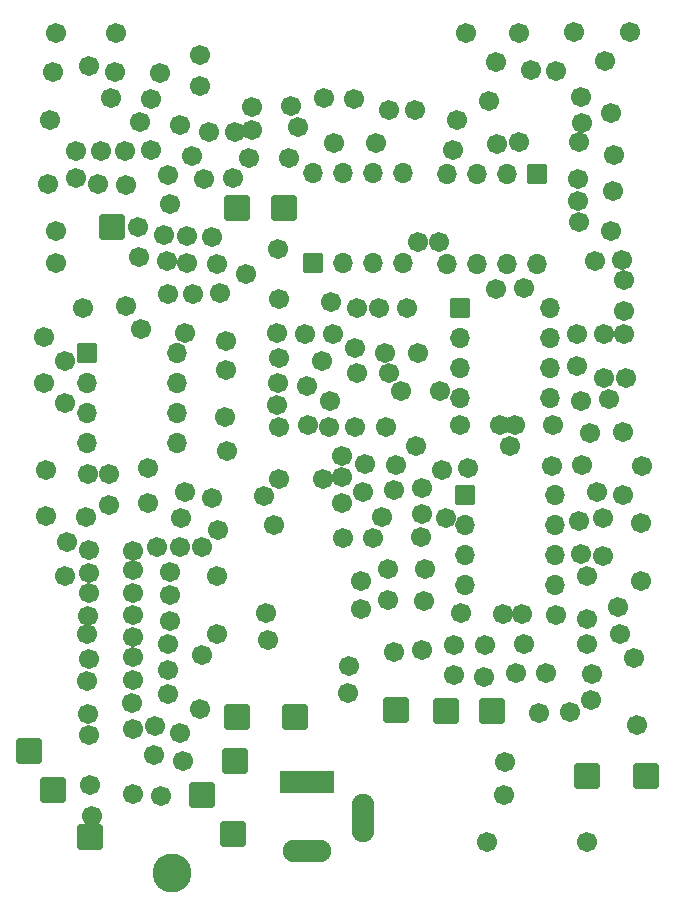
<source format=gbr>
%TF.GenerationSoftware,KiCad,Pcbnew,(6.0.0-0)*%
%TF.CreationDate,2023-01-06T22:19:45-08:00*%
%TF.ProjectId,Ibanez_FL-9,4962616e-657a-45f4-964c-2d392e6b6963,1.0.0*%
%TF.SameCoordinates,Original*%
%TF.FileFunction,Soldermask,Bot*%
%TF.FilePolarity,Negative*%
%FSLAX46Y46*%
G04 Gerber Fmt 4.6, Leading zero omitted, Abs format (unit mm)*
G04 Created by KiCad (PCBNEW (6.0.0-0)) date 2023-01-06 22:19:45*
%MOMM*%
%LPD*%
G01*
G04 APERTURE LIST*
G04 Aperture macros list*
%AMRoundRect*
0 Rectangle with rounded corners*
0 $1 Rounding radius*
0 $2 $3 $4 $5 $6 $7 $8 $9 X,Y pos of 4 corners*
0 Add a 4 corners polygon primitive as box body*
4,1,4,$2,$3,$4,$5,$6,$7,$8,$9,$2,$3,0*
0 Add four circle primitives for the rounded corners*
1,1,$1+$1,$2,$3*
1,1,$1+$1,$4,$5*
1,1,$1+$1,$6,$7*
1,1,$1+$1,$8,$9*
0 Add four rect primitives between the rounded corners*
20,1,$1+$1,$2,$3,$4,$5,0*
20,1,$1+$1,$4,$5,$6,$7,0*
20,1,$1+$1,$6,$7,$8,$9,0*
20,1,$1+$1,$8,$9,$2,$3,0*%
G04 Aperture macros list end*
%ADD10RoundRect,0.050800X0.800000X-0.800000X0.800000X0.800000X-0.800000X0.800000X-0.800000X-0.800000X0*%
%ADD11O,1.701600X1.701600*%
%ADD12C,1.701600*%
%ADD13RoundRect,0.050800X-0.800000X-0.800000X0.800000X-0.800000X0.800000X0.800000X-0.800000X0.800000X0*%
%ADD14RoundRect,0.300801X-0.799999X-0.799999X0.799999X-0.799999X0.799999X0.799999X-0.799999X0.799999X0*%
%ADD15RoundRect,0.050800X-2.200000X-0.900000X2.200000X-0.900000X2.200000X0.900000X-2.200000X0.900000X0*%
%ADD16O,4.101600X1.901600*%
%ADD17O,1.901600X4.101600*%
%ADD18RoundRect,0.050800X-0.800000X0.800000X-0.800000X-0.800000X0.800000X-0.800000X0.800000X0.800000X0*%
%ADD19C,3.301600*%
G04 APERTURE END LIST*
D10*
%TO.C,REF\u002A\u002A*%
X208200000Y-61900000D03*
D11*
X210740000Y-61900000D03*
X213280000Y-61900000D03*
X215820000Y-61900000D03*
X215820000Y-54280000D03*
X213280000Y-54280000D03*
X210740000Y-54280000D03*
X208200000Y-54280000D03*
%TD*%
D12*
%TO.C,REF\u002A\u002A*%
X226100000Y-64000000D03*
X226100000Y-64000000D03*
%TD*%
%TO.C,REF\u002A\u002A*%
X223700000Y-64100000D03*
X223700000Y-64100000D03*
%TD*%
%TO.C,REF\u002A\u002A*%
X196100000Y-88000000D03*
X196100000Y-88000000D03*
X196100000Y-88000000D03*
%TD*%
%TO.C,REF\u002A\u002A*%
X196100000Y-90000000D03*
X196100000Y-90000000D03*
X196100000Y-90000000D03*
%TD*%
%TO.C,REF\u002A\u002A*%
X196100000Y-92200000D03*
X196100000Y-92200000D03*
X196100000Y-92200000D03*
%TD*%
%TO.C,REF\u002A\u002A*%
X196000000Y-98400000D03*
X196000000Y-98400000D03*
X196000000Y-98400000D03*
%TD*%
%TO.C,REF\u002A\u002A*%
X196000000Y-96300000D03*
X196000000Y-96300000D03*
X196000000Y-96300000D03*
%TD*%
%TO.C,REF\u002A\u002A*%
X196000000Y-94100000D03*
X196000000Y-94100000D03*
X196000000Y-94100000D03*
%TD*%
%TO.C,REF\u002A\u002A*%
X224500000Y-104100000D03*
X224500000Y-104100000D03*
X224500000Y-104100000D03*
%TD*%
%TO.C,REF\u002A\u002A*%
X224400000Y-106900000D03*
X224400000Y-106900000D03*
X224400000Y-106900000D03*
%TD*%
%TO.C,REF\u002A\u002A*%
X223000000Y-110900000D03*
X223000000Y-110900000D03*
X223000000Y-110900000D03*
%TD*%
%TO.C,REF\u002A\u002A*%
X231400000Y-110900000D03*
X231400000Y-110900000D03*
X231400000Y-110900000D03*
%TD*%
%TO.C,REF\u002A\u002A*%
X236000000Y-83900000D03*
X236000000Y-83900000D03*
X236000000Y-83900000D03*
%TD*%
%TO.C,REF\u002A\u002A*%
X236000000Y-88800000D03*
X236000000Y-88800000D03*
X236000000Y-88800000D03*
%TD*%
%TO.C,REF\u002A\u002A*%
X235700000Y-101000000D03*
X235700000Y-101000000D03*
X235700000Y-101000000D03*
%TD*%
%TO.C,REF\u002A\u002A*%
X235400000Y-95300000D03*
X235400000Y-95300000D03*
X235400000Y-95300000D03*
%TD*%
%TO.C,REF\u002A\u002A*%
X234200000Y-93300000D03*
X234200000Y-93300000D03*
X234200000Y-93300000D03*
%TD*%
%TO.C,REF\u002A\u002A*%
X234100000Y-91000000D03*
X234100000Y-91000000D03*
X234100000Y-91000000D03*
%TD*%
%TO.C,REF\u002A\u002A*%
X231900000Y-96700000D03*
X231900000Y-96700000D03*
X231900000Y-96700000D03*
%TD*%
%TO.C,REF\u002A\u002A*%
X231800000Y-98900000D03*
X231800000Y-98900000D03*
X231800000Y-98900000D03*
%TD*%
%TO.C,REF\u002A\u002A*%
X230000000Y-99900000D03*
X230000000Y-99900000D03*
X230000000Y-99900000D03*
%TD*%
%TO.C,REF\u002A\u002A*%
X227400000Y-100000000D03*
X227400000Y-100000000D03*
X227400000Y-100000000D03*
%TD*%
%TO.C,REF\u002A\u002A*%
X228000000Y-96600000D03*
X228000000Y-96600000D03*
X228000000Y-96600000D03*
%TD*%
%TO.C,REF\u002A\u002A*%
X225400000Y-96600000D03*
X225400000Y-96600000D03*
X225400000Y-96600000D03*
%TD*%
%TO.C,REF\u002A\u002A*%
X226100000Y-94100000D03*
X226100000Y-94100000D03*
X226100000Y-94100000D03*
%TD*%
%TO.C,REF\u002A\u002A*%
X231400000Y-94100000D03*
X231400000Y-94100000D03*
X231400000Y-94100000D03*
%TD*%
%TO.C,REF\u002A\u002A*%
X231400000Y-92000000D03*
X231400000Y-92000000D03*
X231400000Y-92000000D03*
%TD*%
%TO.C,REF\u002A\u002A*%
X228800000Y-91700000D03*
X228800000Y-91700000D03*
X228800000Y-91700000D03*
%TD*%
%TO.C,REF\u002A\u002A*%
X225900000Y-91600000D03*
X225900000Y-91600000D03*
X225900000Y-91600000D03*
%TD*%
%TO.C,REF\u002A\u002A*%
X231400000Y-88400000D03*
X231400000Y-88400000D03*
X231400000Y-88400000D03*
%TD*%
%TO.C,REF\u002A\u002A*%
X234600000Y-63300000D03*
X234600000Y-63300000D03*
%TD*%
%TO.C,REF\u002A\u002A*%
X234600000Y-65900000D03*
X234600000Y-65900000D03*
%TD*%
%TO.C,REF\u002A\u002A*%
X234700000Y-71600000D03*
X234700000Y-71600000D03*
%TD*%
%TO.C,REF\u002A\u002A*%
X232900000Y-71600000D03*
X232900000Y-71600000D03*
%TD*%
%TO.C,REF\u002A\u002A*%
X232900000Y-67900000D03*
X232900000Y-67900000D03*
%TD*%
%TO.C,REF\u002A\u002A*%
X234600000Y-67900000D03*
X234600000Y-67900000D03*
%TD*%
%TO.C,REF\u002A\u002A*%
X230600000Y-67900000D03*
X230600000Y-67900000D03*
%TD*%
%TO.C,REF\u002A\u002A*%
X230600000Y-70600000D03*
X230600000Y-70600000D03*
%TD*%
%TO.C,REF\u002A\u002A*%
X230900000Y-73600000D03*
X230900000Y-73600000D03*
%TD*%
%TO.C,REF\u002A\u002A*%
X233300000Y-73400000D03*
X233300000Y-73400000D03*
%TD*%
%TO.C,REF\u002A\u002A*%
X234500000Y-76200000D03*
X234500000Y-76200000D03*
%TD*%
%TO.C,REF\u002A\u002A*%
X231700000Y-76300000D03*
X231700000Y-76300000D03*
%TD*%
%TO.C,REF\u002A\u002A*%
X230900000Y-86500000D03*
X230900000Y-86500000D03*
%TD*%
%TO.C,REF\u002A\u002A*%
X230800000Y-83700000D03*
X230800000Y-83700000D03*
%TD*%
%TO.C,REF\u002A\u002A*%
X232800000Y-83500000D03*
X232800000Y-83500000D03*
%TD*%
%TO.C,REF\u002A\u002A*%
X232800000Y-86700000D03*
X232800000Y-86700000D03*
X232800000Y-86700000D03*
%TD*%
%TO.C,REF\u002A\u002A*%
X228600000Y-75600000D03*
X228600000Y-75600000D03*
%TD*%
%TO.C,REF\u002A\u002A*%
X214300000Y-69500000D03*
X214300000Y-69500000D03*
%TD*%
%TO.C,REF\u002A\u002A*%
X217100000Y-69500000D03*
X217100000Y-69500000D03*
%TD*%
%TO.C,REF\u002A\u002A*%
X207600000Y-67900000D03*
X207600000Y-67900000D03*
%TD*%
%TO.C,REF\u002A\u002A*%
X205200000Y-67800000D03*
X205200000Y-67800000D03*
%TD*%
%TO.C,REF\u002A\u002A*%
X209900000Y-67900000D03*
X209900000Y-67900000D03*
%TD*%
%TO.C,REF\u002A\u002A*%
X209800000Y-65200000D03*
X209800000Y-65200000D03*
%TD*%
%TO.C,REF\u002A\u002A*%
X216200000Y-65700000D03*
X216200000Y-65700000D03*
%TD*%
%TO.C,REF\u002A\u002A*%
X213800000Y-65700000D03*
X213800000Y-65700000D03*
%TD*%
%TO.C,REF\u002A\u002A*%
X212000000Y-65700000D03*
X212000000Y-65700000D03*
%TD*%
%TO.C,REF\u002A\u002A*%
X211800000Y-69100000D03*
X211800000Y-69100000D03*
%TD*%
%TO.C,REF\u002A\u002A*%
X205400000Y-69900000D03*
X205400000Y-69900000D03*
%TD*%
%TO.C,REF\u002A\u002A*%
X209000000Y-70200000D03*
X209000000Y-70200000D03*
%TD*%
%TO.C,REF\u002A\u002A*%
X214700000Y-71200000D03*
X214700000Y-71200000D03*
%TD*%
%TO.C,REF\u002A\u002A*%
X212000000Y-71200000D03*
X212000000Y-71200000D03*
%TD*%
%TO.C,REF\u002A\u002A*%
X215700000Y-72700000D03*
X215700000Y-72700000D03*
%TD*%
%TO.C,REF\u002A\u002A*%
X219000000Y-72700000D03*
X219000000Y-72700000D03*
%TD*%
%TO.C,REF\u002A\u002A*%
X225300000Y-75600000D03*
X225300000Y-75600000D03*
%TD*%
%TO.C,REF\u002A\u002A*%
X224100000Y-75600000D03*
X224100000Y-75600000D03*
%TD*%
%TO.C,REF\u002A\u002A*%
X220700000Y-75600000D03*
X220700000Y-75600000D03*
%TD*%
%TO.C,REF\u002A\u002A*%
X205300000Y-72000000D03*
X205300000Y-72000000D03*
X205300000Y-72000000D03*
X205300000Y-72000000D03*
%TD*%
%TO.C,REF\u002A\u002A*%
X205200000Y-73900000D03*
X205200000Y-73900000D03*
X205200000Y-73900000D03*
X205200000Y-73900000D03*
%TD*%
%TO.C,REF\u002A\u002A*%
X205400000Y-75800000D03*
X205400000Y-75800000D03*
X205400000Y-75800000D03*
X205400000Y-75800000D03*
%TD*%
%TO.C,REF\u002A\u002A*%
X207700000Y-72300000D03*
X207700000Y-72300000D03*
X207700000Y-72300000D03*
X207700000Y-72300000D03*
%TD*%
%TO.C,REF\u002A\u002A*%
X207800000Y-75600000D03*
X207800000Y-75600000D03*
X207800000Y-75600000D03*
X207800000Y-75600000D03*
%TD*%
%TO.C,REF\u002A\u002A*%
X209600000Y-75800000D03*
X209600000Y-75800000D03*
X209600000Y-75800000D03*
X209600000Y-75800000D03*
%TD*%
%TO.C,REF\u002A\u002A*%
X209700000Y-73600000D03*
X209700000Y-73600000D03*
X209700000Y-73600000D03*
X209700000Y-73600000D03*
%TD*%
%TO.C,REF\u002A\u002A*%
X211800000Y-75800000D03*
X211800000Y-75800000D03*
X211800000Y-75800000D03*
X211800000Y-75800000D03*
%TD*%
%TO.C,REF\u002A\u002A*%
X214400000Y-75800000D03*
X214400000Y-75800000D03*
X214400000Y-75800000D03*
X214400000Y-75800000D03*
%TD*%
%TO.C,REF\u002A\u002A*%
X215300000Y-79000000D03*
X215300000Y-79000000D03*
X215300000Y-79000000D03*
X215300000Y-79000000D03*
%TD*%
%TO.C,REF\u002A\u002A*%
X212600000Y-78900000D03*
X212600000Y-78900000D03*
X212600000Y-78900000D03*
X212600000Y-78900000D03*
%TD*%
%TO.C,REF\u002A\u002A*%
X215100000Y-81100000D03*
X215100000Y-81100000D03*
X215100000Y-81100000D03*
X215100000Y-81100000D03*
%TD*%
%TO.C,REF\u002A\u002A*%
X212500000Y-81300000D03*
X212500000Y-81300000D03*
X212500000Y-81300000D03*
X212500000Y-81300000D03*
%TD*%
%TO.C,REF\u002A\u002A*%
X205400000Y-80200000D03*
X205400000Y-80200000D03*
X205400000Y-80200000D03*
X205400000Y-80200000D03*
%TD*%
%TO.C,REF\u002A\u002A*%
X209100000Y-80200000D03*
X209100000Y-80200000D03*
X209100000Y-80200000D03*
X209100000Y-80200000D03*
%TD*%
%TO.C,REF\u002A\u002A*%
X210700000Y-78200000D03*
X210700000Y-78200000D03*
X210700000Y-78200000D03*
X210700000Y-78200000D03*
%TD*%
%TO.C,REF\u002A\u002A*%
X210700000Y-80000000D03*
X210700000Y-80000000D03*
X210700000Y-80000000D03*
%TD*%
%TO.C,REF\u002A\u002A*%
X210700000Y-82200000D03*
X210700000Y-82200000D03*
X210700000Y-82200000D03*
%TD*%
%TO.C,REF\u002A\u002A*%
X210800000Y-85200000D03*
X210800000Y-85200000D03*
X210800000Y-85200000D03*
%TD*%
%TO.C,REF\u002A\u002A*%
X213300000Y-85200000D03*
X213300000Y-85200000D03*
X213300000Y-85200000D03*
%TD*%
%TO.C,REF\u002A\u002A*%
X219200000Y-79400000D03*
X219200000Y-79400000D03*
X219200000Y-79400000D03*
%TD*%
%TO.C,REF\u002A\u002A*%
X219500000Y-83500000D03*
X219500000Y-83500000D03*
X219500000Y-83500000D03*
%TD*%
%TO.C,REF\u002A\u002A*%
X217500000Y-80900000D03*
X217500000Y-80900000D03*
X217500000Y-80900000D03*
%TD*%
%TO.C,REF\u002A\u002A*%
X217500000Y-83100000D03*
X217500000Y-83100000D03*
X217500000Y-83100000D03*
%TD*%
%TO.C,REF\u002A\u002A*%
X217400000Y-85100000D03*
X217400000Y-85100000D03*
X217400000Y-85100000D03*
%TD*%
%TO.C,REF\u002A\u002A*%
X214100000Y-83400000D03*
X214100000Y-83400000D03*
X214100000Y-83400000D03*
%TD*%
%TO.C,REF\u002A\u002A*%
X217700000Y-87800000D03*
X217700000Y-87800000D03*
X217700000Y-87800000D03*
%TD*%
%TO.C,REF\u002A\u002A*%
X214600000Y-87800000D03*
X214600000Y-87800000D03*
X214600000Y-87800000D03*
%TD*%
%TO.C,REF\u002A\u002A*%
X217600000Y-90500000D03*
X217600000Y-90500000D03*
X217600000Y-90500000D03*
%TD*%
%TO.C,REF\u002A\u002A*%
X214600000Y-90400000D03*
X214600000Y-90400000D03*
X214600000Y-90400000D03*
%TD*%
%TO.C,REF\u002A\u002A*%
X212300000Y-88800000D03*
X212300000Y-88800000D03*
X212300000Y-88800000D03*
%TD*%
%TO.C,REF\u002A\u002A*%
X212300000Y-91200000D03*
X212300000Y-91200000D03*
X212300000Y-91200000D03*
%TD*%
%TO.C,REF\u002A\u002A*%
X222700000Y-96900000D03*
X222700000Y-96900000D03*
X222700000Y-96900000D03*
%TD*%
%TO.C,REF\u002A\u002A*%
X222800000Y-94200000D03*
X222800000Y-94200000D03*
X222800000Y-94200000D03*
%TD*%
%TO.C,REF\u002A\u002A*%
X224300000Y-91600000D03*
X224300000Y-91600000D03*
X224300000Y-91600000D03*
%TD*%
%TO.C,REF\u002A\u002A*%
X220800000Y-91500000D03*
X220800000Y-91500000D03*
X220800000Y-91500000D03*
%TD*%
%TO.C,REF\u002A\u002A*%
X220200000Y-94200000D03*
X220200000Y-94200000D03*
X220200000Y-94200000D03*
%TD*%
%TO.C,REF\u002A\u002A*%
X220200000Y-96800000D03*
X220200000Y-96800000D03*
X220200000Y-96800000D03*
%TD*%
%TO.C,REF\u002A\u002A*%
X217500000Y-94600000D03*
X217500000Y-94600000D03*
X217500000Y-94600000D03*
%TD*%
%TO.C,REF\u002A\u002A*%
X215100000Y-94800000D03*
X215100000Y-94800000D03*
X215100000Y-94800000D03*
%TD*%
%TO.C,REF\u002A\u002A*%
X211300000Y-96000000D03*
X211300000Y-96000000D03*
X211300000Y-96000000D03*
%TD*%
%TO.C,REF\u002A\u002A*%
X211200000Y-98300000D03*
X211200000Y-98300000D03*
X211200000Y-98300000D03*
%TD*%
%TO.C,REF\u002A\u002A*%
X200100000Y-88400000D03*
X200100000Y-88400000D03*
X200100000Y-88400000D03*
%TD*%
%TO.C,REF\u002A\u002A*%
X200100000Y-93300000D03*
X200100000Y-93300000D03*
X200100000Y-93300000D03*
%TD*%
%TO.C,REF\u002A\u002A*%
X198800000Y-95100000D03*
X198800000Y-95100000D03*
X198800000Y-95100000D03*
%TD*%
%TO.C,REF\u002A\u002A*%
X198700000Y-99600000D03*
X198700000Y-99600000D03*
X198700000Y-99600000D03*
%TD*%
D13*
%TO.C,REF\u002A\u002A*%
X189100000Y-69500000D03*
D11*
X189100000Y-72040000D03*
X189100000Y-74580000D03*
X189100000Y-77120000D03*
X196720000Y-77120000D03*
X196720000Y-74580000D03*
X196720000Y-72040000D03*
X196720000Y-69500000D03*
%TD*%
D13*
%TO.C,REF\u002A\u002A*%
X220700000Y-65700000D03*
D11*
X220700000Y-68240000D03*
X220700000Y-70780000D03*
X220700000Y-73320000D03*
X228320000Y-73320000D03*
X228320000Y-70780000D03*
X228320000Y-68240000D03*
X228320000Y-65700000D03*
%TD*%
D13*
%TO.C,REF\u002A\u002A*%
X221100000Y-81500000D03*
D11*
X221100000Y-84040000D03*
X221100000Y-86580000D03*
X221100000Y-89120000D03*
X228720000Y-89120000D03*
X228720000Y-86580000D03*
X228720000Y-84040000D03*
X228720000Y-81500000D03*
%TD*%
D12*
%TO.C,REF\u002A\u002A*%
X189200000Y-91800000D03*
X189200000Y-91800000D03*
%TD*%
D14*
%TO.C,REF\u002A\u002A*%
X223400000Y-99800000D03*
X223400000Y-99800000D03*
%TD*%
D12*
%TO.C,REF\u002A\u002A*%
X225700000Y-51600000D03*
X225700000Y-51600000D03*
%TD*%
%TO.C,REF\u002A\u002A*%
X203100000Y-50600000D03*
X203100000Y-50600000D03*
%TD*%
D14*
%TO.C,REF\u002A\u002A*%
X236400000Y-105300000D03*
X236400000Y-105300000D03*
%TD*%
D12*
%TO.C,REF\u002A\u002A*%
X204300000Y-91500000D03*
X204300000Y-91500000D03*
%TD*%
%TO.C,REF\u002A\u002A*%
X191600000Y-42400000D03*
X191600000Y-42400000D03*
%TD*%
%TO.C,REF\u002A\u002A*%
X233700000Y-52700000D03*
X233700000Y-52700000D03*
%TD*%
%TO.C,REF\u002A\u002A*%
X218900000Y-60100000D03*
X218900000Y-60100000D03*
%TD*%
%TO.C,REF\u002A\u002A*%
X196000000Y-64500000D03*
X196000000Y-64500000D03*
%TD*%
%TO.C,REF\u002A\u002A*%
X230700000Y-54800000D03*
X230700000Y-54800000D03*
%TD*%
%TO.C,REF\u002A\u002A*%
X194300000Y-79200000D03*
X194300000Y-79200000D03*
%TD*%
%TO.C,REF\u002A\u002A*%
X193600000Y-49900000D03*
X193600000Y-49900000D03*
%TD*%
%TO.C,REF\u002A\u002A*%
X191000000Y-79700000D03*
X191000000Y-79700000D03*
%TD*%
%TO.C,REF\u002A\u002A*%
X210000000Y-51700000D03*
X210000000Y-51700000D03*
%TD*%
%TO.C,REF\u002A\u002A*%
X224900000Y-77400000D03*
X224900000Y-77400000D03*
%TD*%
%TO.C,REF\u002A\u002A*%
X194300000Y-82200000D03*
X194300000Y-82200000D03*
%TD*%
D14*
%TO.C,REF\u002A\u002A*%
X205800000Y-57200000D03*
X205800000Y-57200000D03*
%TD*%
D12*
%TO.C,REF\u002A\u002A*%
X217000000Y-77400000D03*
X217000000Y-77400000D03*
%TD*%
D14*
%TO.C,REF\u002A\u002A*%
X186200000Y-106500000D03*
X186200000Y-106500000D03*
%TD*%
D12*
%TO.C,REF\u002A\u002A*%
X206400000Y-48600000D03*
X206400000Y-48600000D03*
%TD*%
%TO.C,REF\u002A\u002A*%
X197000000Y-85900000D03*
X197000000Y-85900000D03*
%TD*%
%TO.C,REF\u002A\u002A*%
X230800000Y-58400000D03*
X230800000Y-58400000D03*
%TD*%
%TO.C,REF\u002A\u002A*%
X197200000Y-104000000D03*
X197200000Y-104000000D03*
X197200000Y-104000000D03*
%TD*%
%TO.C,REF\u002A\u002A*%
X220100000Y-52300000D03*
X220100000Y-52300000D03*
%TD*%
%TO.C,REF\u002A\u002A*%
X230300000Y-42300000D03*
X230300000Y-42300000D03*
%TD*%
%TO.C,REF\u002A\u002A*%
X189400000Y-106100000D03*
X189400000Y-106100000D03*
%TD*%
%TO.C,REF\u002A\u002A*%
X228500000Y-79100000D03*
X228500000Y-79100000D03*
%TD*%
%TO.C,REF\u002A\u002A*%
X187200000Y-88400000D03*
X187200000Y-88400000D03*
%TD*%
%TO.C,REF\u002A\u002A*%
X185600000Y-83300000D03*
X185600000Y-83300000D03*
%TD*%
%TO.C,REF\u002A\u002A*%
X194800000Y-103500000D03*
X194800000Y-103500000D03*
%TD*%
%TO.C,REF\u002A\u002A*%
X195000000Y-85900000D03*
X195000000Y-85900000D03*
%TD*%
%TO.C,REF\u002A\u002A*%
X195900000Y-61700000D03*
X195900000Y-61700000D03*
%TD*%
%TO.C,REF\u002A\u002A*%
X193500000Y-61400000D03*
X193500000Y-61400000D03*
%TD*%
%TO.C,REF\u002A\u002A*%
X187200000Y-70200000D03*
X187200000Y-70200000D03*
%TD*%
%TO.C,REF\u002A\u002A*%
X193700000Y-67500000D03*
X193700000Y-67500000D03*
%TD*%
%TO.C,REF\u002A\u002A*%
X197400000Y-67800000D03*
X197400000Y-67800000D03*
%TD*%
%TO.C,REF\u002A\u002A*%
X198000000Y-52800000D03*
X198000000Y-52800000D03*
%TD*%
%TO.C,REF\u002A\u002A*%
X192400000Y-65500000D03*
X192400000Y-65500000D03*
%TD*%
%TO.C,REF\u002A\u002A*%
X192900000Y-99100000D03*
X192900000Y-99100000D03*
%TD*%
D14*
%TO.C,REF\u002A\u002A*%
X189400000Y-110500000D03*
X189400000Y-110500000D03*
%TD*%
D12*
%TO.C,REF\u002A\u002A*%
X231000000Y-79000000D03*
X231000000Y-79000000D03*
%TD*%
%TO.C,REF\u002A\u002A*%
X199000000Y-54800000D03*
X199000000Y-54800000D03*
%TD*%
%TO.C,REF\u002A\u002A*%
X189500000Y-108700000D03*
X189500000Y-108700000D03*
%TD*%
%TO.C,REF\u002A\u002A*%
X233600000Y-55800000D03*
X233600000Y-55800000D03*
%TD*%
%TO.C,REF\u002A\u002A*%
X186500000Y-61900000D03*
X186500000Y-61900000D03*
%TD*%
D14*
%TO.C,REF\u002A\u002A*%
X201800000Y-100300000D03*
X201800000Y-100300000D03*
%TD*%
%TO.C,REF\u002A\u002A*%
X201500000Y-110200000D03*
X201500000Y-110200000D03*
%TD*%
D12*
%TO.C,REF\u002A\u002A*%
X189000000Y-83400000D03*
X189000000Y-83400000D03*
%TD*%
%TO.C,REF\u002A\u002A*%
X200900000Y-68500000D03*
X200900000Y-68500000D03*
%TD*%
%TO.C,REF\u002A\u002A*%
X197600000Y-61900000D03*
X197600000Y-61900000D03*
%TD*%
%TO.C,REF\u002A\u002A*%
X190000000Y-55200000D03*
X190000000Y-55200000D03*
%TD*%
%TO.C,REF\u002A\u002A*%
X233500000Y-59200000D03*
X233500000Y-59200000D03*
%TD*%
D14*
%TO.C,REF\u002A\u002A*%
X201600000Y-104000000D03*
X201600000Y-104000000D03*
%TD*%
D12*
%TO.C,REF\u002A\u002A*%
X187200000Y-73700000D03*
X187200000Y-73700000D03*
%TD*%
%TO.C,REF\u002A\u002A*%
X231000000Y-50000000D03*
X231000000Y-50000000D03*
%TD*%
%TO.C,REF\u002A\u002A*%
X234400000Y-61600000D03*
X234400000Y-61600000D03*
%TD*%
D14*
%TO.C,REF\u002A\u002A*%
X219500000Y-99800000D03*
X219500000Y-99800000D03*
%TD*%
D12*
%TO.C,REF\u002A\u002A*%
X193000000Y-89800000D03*
X193000000Y-89800000D03*
%TD*%
%TO.C,REF\u002A\u002A*%
X206200000Y-53000000D03*
X206200000Y-53000000D03*
%TD*%
%TO.C,REF\u002A\u002A*%
X200400000Y-64400000D03*
X200400000Y-64400000D03*
%TD*%
%TO.C,REF\u002A\u002A*%
X236100000Y-79100000D03*
X236100000Y-79100000D03*
%TD*%
%TO.C,REF\u002A\u002A*%
X204100000Y-81600000D03*
X204100000Y-81600000D03*
%TD*%
%TO.C,REF\u002A\u002A*%
X223100000Y-48200000D03*
X223100000Y-48200000D03*
%TD*%
%TO.C,REF\u002A\u002A*%
X188200000Y-52400000D03*
X188200000Y-52400000D03*
%TD*%
%TO.C,REF\u002A\u002A*%
X193000000Y-87900000D03*
X193000000Y-87900000D03*
%TD*%
%TO.C,REF\u002A\u002A*%
X204400000Y-93800000D03*
X204400000Y-93800000D03*
%TD*%
%TO.C,REF\u002A\u002A*%
X189300000Y-45200000D03*
X189300000Y-45200000D03*
%TD*%
%TO.C,REF\u002A\u002A*%
X186200000Y-45700000D03*
X186200000Y-45700000D03*
%TD*%
%TO.C,REF\u002A\u002A*%
X223800000Y-51800000D03*
X223800000Y-51800000D03*
%TD*%
%TO.C,REF\u002A\u002A*%
X214700000Y-48900000D03*
X214700000Y-48900000D03*
%TD*%
%TO.C,REF\u002A\u002A*%
X194500000Y-52300000D03*
X194500000Y-52300000D03*
%TD*%
%TO.C,REF\u002A\u002A*%
X234500000Y-81500000D03*
X234500000Y-81500000D03*
%TD*%
%TO.C,REF\u002A\u002A*%
X194900000Y-101100000D03*
X194900000Y-101100000D03*
%TD*%
D14*
%TO.C,REF\u002A\u002A*%
X215300000Y-99700000D03*
X215300000Y-99700000D03*
%TD*%
%TO.C,REF\u002A\u002A*%
X184200000Y-103200000D03*
X184200000Y-103200000D03*
%TD*%
%TO.C,REF\u002A\u002A*%
X201800000Y-57200000D03*
X201800000Y-57200000D03*
%TD*%
D12*
%TO.C,REF\u002A\u002A*%
X193000000Y-91700000D03*
X193000000Y-91700000D03*
%TD*%
%TO.C,REF\u002A\u002A*%
X200100000Y-62000000D03*
X200100000Y-62000000D03*
%TD*%
%TO.C,REF\u002A\u002A*%
X207000000Y-50400000D03*
X207000000Y-50400000D03*
%TD*%
D15*
%TO.C,J3*%
X207700000Y-105850000D03*
D16*
X207700000Y-111650000D03*
D17*
X212500000Y-108850000D03*
%TD*%
D12*
%TO.C,REF\u002A\u002A*%
X185500000Y-68100000D03*
X185500000Y-68100000D03*
%TD*%
%TO.C,REF\u002A\u002A*%
X193400000Y-58800000D03*
X193400000Y-58800000D03*
%TD*%
%TO.C,REF\u002A\u002A*%
X193000000Y-106800000D03*
X193000000Y-106800000D03*
%TD*%
%TO.C,REF\u002A\u002A*%
X193000000Y-101300000D03*
X193000000Y-101300000D03*
%TD*%
%TO.C,REF\u002A\u002A*%
X197400000Y-81300000D03*
X197400000Y-81300000D03*
%TD*%
%TO.C,REF\u002A\u002A*%
X189300000Y-88100000D03*
X189300000Y-88100000D03*
%TD*%
%TO.C,REF\u002A\u002A*%
X223700000Y-44900000D03*
X223700000Y-44900000D03*
%TD*%
%TO.C,REF\u002A\u002A*%
X185800000Y-55200000D03*
X185800000Y-55200000D03*
%TD*%
%TO.C,REF\u002A\u002A*%
X186000000Y-49800000D03*
X186000000Y-49800000D03*
%TD*%
%TO.C,REF\u002A\u002A*%
X202800000Y-53000000D03*
X202800000Y-53000000D03*
%TD*%
%TO.C,REF\u002A\u002A*%
X196100000Y-56900000D03*
X196100000Y-56900000D03*
%TD*%
D14*
%TO.C,REF\u002A\u002A*%
X231400000Y-105300000D03*
%TD*%
D12*
%TO.C,REF\u002A\u002A*%
X197100000Y-83500000D03*
X197100000Y-83500000D03*
%TD*%
%TO.C,REF\u002A\u002A*%
X191000000Y-82400000D03*
X191000000Y-82400000D03*
%TD*%
%TO.C,REF\u002A\u002A*%
X189300000Y-89800000D03*
X189300000Y-89800000D03*
%TD*%
%TO.C,REF\u002A\u002A*%
X200800000Y-74900000D03*
X200800000Y-74900000D03*
%TD*%
%TO.C,REF\u002A\u002A*%
X230900000Y-47800000D03*
X230900000Y-47800000D03*
%TD*%
%TO.C,REF\u002A\u002A*%
X189200000Y-100100000D03*
X189200000Y-100100000D03*
%TD*%
%TO.C,REF\u002A\u002A*%
X188200000Y-54700000D03*
X188200000Y-54700000D03*
%TD*%
%TO.C,REF\u002A\u002A*%
X190300000Y-52400000D03*
X190300000Y-52400000D03*
%TD*%
%TO.C,REF\u002A\u002A*%
X213600000Y-51700000D03*
X213600000Y-51700000D03*
%TD*%
%TO.C,REF\u002A\u002A*%
X189100000Y-97300000D03*
X189100000Y-97300000D03*
%TD*%
%TO.C,REF\u002A\u002A*%
X230700000Y-56600000D03*
X230700000Y-56600000D03*
%TD*%
%TO.C,REF\u002A\u002A*%
X197000000Y-101700000D03*
X197000000Y-101700000D03*
%TD*%
%TO.C,REF\u002A\u002A*%
X226700000Y-45500000D03*
X226700000Y-45500000D03*
%TD*%
D14*
%TO.C,REF\u002A\u002A*%
X198800000Y-106900000D03*
X198800000Y-106900000D03*
%TD*%
D12*
%TO.C,REF\u002A\u002A*%
X189300000Y-95400000D03*
X189300000Y-95400000D03*
%TD*%
%TO.C,REF\u002A\u002A*%
X217100000Y-60100000D03*
X217100000Y-60100000D03*
%TD*%
%TO.C,REF\u002A\u002A*%
X189300000Y-101800000D03*
X189300000Y-101800000D03*
%TD*%
%TO.C,REF\u002A\u002A*%
X201500000Y-54700000D03*
X201500000Y-54700000D03*
%TD*%
%TO.C,REF\u002A\u002A*%
X199700000Y-59700000D03*
X199700000Y-59700000D03*
%TD*%
%TO.C,REF\u002A\u002A*%
X201000000Y-77800000D03*
X201000000Y-77800000D03*
%TD*%
D14*
%TO.C,REF\u002A\u002A*%
X206700000Y-100300000D03*
X206700000Y-100300000D03*
%TD*%
D12*
%TO.C,REF\u002A\u002A*%
X230800000Y-51600000D03*
X230800000Y-51600000D03*
%TD*%
%TO.C,REF\u002A\u002A*%
X187400000Y-85500000D03*
X187400000Y-85500000D03*
%TD*%
%TO.C,REF\u002A\u002A*%
X209200000Y-47900000D03*
X209200000Y-47900000D03*
%TD*%
D14*
%TO.C,REF\u002A\u002A*%
X191200000Y-58800000D03*
X191200000Y-58800000D03*
%TD*%
D12*
%TO.C,REF\u002A\u002A*%
X220400000Y-49800000D03*
X220400000Y-49800000D03*
%TD*%
%TO.C,REF\u002A\u002A*%
X193000000Y-86300000D03*
X193000000Y-86300000D03*
%TD*%
%TO.C,REF\u002A\u002A*%
X198100000Y-64500000D03*
X198100000Y-64500000D03*
%TD*%
%TO.C,REF\u002A\u002A*%
X192400000Y-55300000D03*
X192400000Y-55300000D03*
%TD*%
%TO.C,REF\u002A\u002A*%
X198700000Y-44300000D03*
X198700000Y-44300000D03*
%TD*%
%TO.C,REF\u002A\u002A*%
X194500000Y-48000000D03*
X194500000Y-48000000D03*
%TD*%
%TO.C,REF\u002A\u002A*%
X195400000Y-107000000D03*
X195400000Y-107000000D03*
%TD*%
%TO.C,REF\u002A\u002A*%
X189100000Y-93300000D03*
X189100000Y-93300000D03*
%TD*%
%TO.C,REF\u002A\u002A*%
X216900000Y-48900000D03*
X216900000Y-48900000D03*
%TD*%
%TO.C,REF\u002A\u002A*%
X193000000Y-95200000D03*
X193000000Y-95200000D03*
%TD*%
%TO.C,REF\u002A\u002A*%
X186500000Y-59200000D03*
X186500000Y-59200000D03*
%TD*%
%TO.C,REF\u002A\u002A*%
X228800000Y-45600000D03*
X228800000Y-45600000D03*
%TD*%
%TO.C,REF\u002A\u002A*%
X191500000Y-45700000D03*
X191500000Y-45700000D03*
%TD*%
%TO.C,REF\u002A\u002A*%
X225700000Y-42400000D03*
X225700000Y-42400000D03*
%TD*%
%TO.C,REF\u002A\u002A*%
X188800000Y-65700000D03*
X188800000Y-65700000D03*
%TD*%
%TO.C,REF\u002A\u002A*%
X191100000Y-47900000D03*
X191100000Y-47900000D03*
%TD*%
%TO.C,REF\u002A\u002A*%
X195600000Y-59500000D03*
X195600000Y-59500000D03*
%TD*%
%TO.C,REF\u002A\u002A*%
X196000000Y-54400000D03*
X196000000Y-54400000D03*
%TD*%
%TO.C,REF\u002A\u002A*%
X193000000Y-93500000D03*
X193000000Y-93500000D03*
%TD*%
%TO.C,REF\u002A\u002A*%
X189200000Y-79700000D03*
X189200000Y-79700000D03*
%TD*%
%TO.C,REF\u002A\u002A*%
X186500000Y-42400000D03*
X186500000Y-42400000D03*
%TD*%
%TO.C,REF\u002A\u002A*%
X199700000Y-81800000D03*
X199700000Y-81800000D03*
%TD*%
%TO.C,REF\u002A\u002A*%
X198800000Y-85900000D03*
X198800000Y-85900000D03*
%TD*%
%TO.C,REF\u002A\u002A*%
X195300000Y-45800000D03*
X195300000Y-45800000D03*
%TD*%
D18*
%TO.C,REF\u002A\u002A*%
X227200000Y-54300000D03*
D11*
X224660000Y-54300000D03*
X222120000Y-54300000D03*
X219580000Y-54300000D03*
X219580000Y-61920000D03*
X222120000Y-61920000D03*
X224660000Y-61920000D03*
X227200000Y-61920000D03*
%TD*%
D12*
%TO.C,REF\u002A\u002A*%
X204900000Y-84100000D03*
X204900000Y-84100000D03*
%TD*%
%TO.C,REF\u002A\u002A*%
X235100000Y-42300000D03*
X235100000Y-42300000D03*
%TD*%
%TO.C,REF\u002A\u002A*%
X233000000Y-44800000D03*
X233000000Y-44800000D03*
%TD*%
%TO.C,REF\u002A\u002A*%
X205300000Y-60700000D03*
X205300000Y-60700000D03*
%TD*%
%TO.C,REF\u002A\u002A*%
X232100000Y-61700000D03*
X232100000Y-61700000D03*
%TD*%
D19*
%TO.C,REF\u002A\u002A*%
X196300000Y-113500000D03*
%TD*%
D12*
%TO.C,REF\u002A\u002A*%
X200900000Y-70900000D03*
X200900000Y-70900000D03*
%TD*%
%TO.C,REF\u002A\u002A*%
X221400000Y-79200000D03*
X221400000Y-79200000D03*
%TD*%
%TO.C,REF\u002A\u002A*%
X203100000Y-48700000D03*
X203100000Y-48700000D03*
%TD*%
%TO.C,REF\u002A\u002A*%
X193000000Y-97200000D03*
X193000000Y-97200000D03*
%TD*%
%TO.C,REF\u002A\u002A*%
X205400000Y-64900000D03*
X205400000Y-64900000D03*
%TD*%
%TO.C,REF\u002A\u002A*%
X202600000Y-62800000D03*
X202600000Y-62800000D03*
%TD*%
%TO.C,REF\u002A\u002A*%
X221200000Y-42400000D03*
X221200000Y-42400000D03*
%TD*%
%TO.C,REF\u002A\u002A*%
X233500000Y-49200000D03*
X233500000Y-49200000D03*
%TD*%
%TO.C,REF\u002A\u002A*%
X189300000Y-86200000D03*
X189300000Y-86200000D03*
%TD*%
%TO.C,REF\u002A\u002A*%
X201600000Y-50800000D03*
X201600000Y-50800000D03*
%TD*%
%TO.C,REF\u002A\u002A*%
X185500000Y-72000000D03*
X185500000Y-72000000D03*
%TD*%
%TO.C,REF\u002A\u002A*%
X232300000Y-81300000D03*
X232300000Y-81300000D03*
%TD*%
%TO.C,REF\u002A\u002A*%
X198700000Y-46900000D03*
X198700000Y-46900000D03*
%TD*%
%TO.C,REF\u002A\u002A*%
X192300000Y-52400000D03*
X192300000Y-52400000D03*
%TD*%
%TO.C,REF\u002A\u002A*%
X197600000Y-59600000D03*
X197600000Y-59600000D03*
%TD*%
%TO.C,REF\u002A\u002A*%
X197000000Y-50200000D03*
X197000000Y-50200000D03*
%TD*%
%TO.C,REF\u002A\u002A*%
X211700000Y-48000000D03*
X211700000Y-48000000D03*
%TD*%
%TO.C,REF\u002A\u002A*%
X200200000Y-84500000D03*
X200200000Y-84500000D03*
%TD*%
%TO.C,REF\u002A\u002A*%
X185600000Y-79400000D03*
X185600000Y-79400000D03*
%TD*%
%TO.C,REF\u002A\u002A*%
X199400000Y-50800000D03*
X199400000Y-50800000D03*
%TD*%
M02*

</source>
